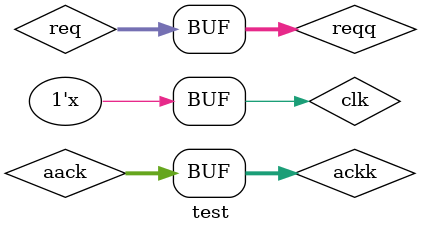
<source format=v>
`timescale 1ns / 1ps

module test();

reg 					clk;			reg 					reset;

wire 	[3:0] 			req;			wire 	[3:0] 			rreq;
reg 	[(32*4-1):0] 	addr;			wire 	[(32*4-1):0]	aaddr;
reg 	[3:0] 			cmd;			wire 	[3:0] 			ccmd;
reg 	[(32*4-1):0] 	wdata;			wire 	[(32*4-1):0]	wwdata;
wire 	[3:0] 			ack;			wire 	[3:0] 			aack;
wire	[(32*4-1):0] 	rdata;			reg 	[(32*4-1):0]	rrdata;

reg		[3:0]			reqq;
reg		[3:0]			ackk;

// create clock
    
    initial 					clk 	= 	1'b0;
	always 		#5 			    clk 	= 	~clk;
	
//masters

always @(posedge clk)
	begin	
		if (ack[0]) reqq[0]<=1'b0;
		if (ack[1]) reqq[1]<=1'b0;
		if (ack[2]) reqq[2]<=1'b0;
		if (ack[3]) reqq[3]<=1'b0;
	end

//slaves

always @(posedge clk)
	begin
		if (rreq[0]==1'b1) ackk[0]<=1'b1;
		if (rreq[1]==1'b1) ackk[1]<=1'b1;
		if (rreq[2]==1'b1) ackk[2]<=1'b1;
		if (rreq[3]==1'b1) ackk[3]<=1'b1;

		if (rreq[0]==1'b0) ackk[0]<=1'b0;
		if (rreq[1]==1'b0) ackk[1]<=1'b0;
		if (rreq[2]==1'b0) ackk[2]<=1'b0;
		if (rreq[3]==1'b0) ackk[3]<=1'b0;
	end
	
//crossbar
	
main_module_of_Crossbar top_module(	clk, 	reset,
					
					req,	addr,	cmd,	wdata,	
					ack,	rdata,
					
					rreq,	aaddr,	ccmd,	wwdata,	
					aack,	rrdata
				);
		
		assign req = reqq;
		assign aack = ackk; 
				
//sim
always @(posedge clk)
	begin
	

//STEP 1 : all want out1
				reset 				<=	1'b0;

		 		reqq				<= 	4'b1111;
		
				addr[31:0]			<=	32'b01000000000000000000000000000000;
				addr[32*2-1-:32]	<=	32'b01000000000000000000000000000000;
				addr[32*3-1-:32]	<=	32'b01000000000000000000000000000000;
				addr[32*4-1-:32]	<=	32'b01000000000000000000000000000000;
		
		 		cmd					<= 	4'b1001;
		
				wdata[32*1-1-:32]	<=	32'b10101000000000000000000000000000;
//				wdata[32*2-1-:32]	<=	32'b00000000000000000000000000000000;
//				wdata[32*3-1-:32]	<=	32'b00000000000000000000000000000000;
				wdata[32*4-1-:32]	<=	32'b01010000000000000000000000000000;
				
				#40		reset 				<=	1'b1;
		
				rrdata[32*1-1-:32]	<=	32'b00000000000000000000000000000001;
				rrdata[32*2-1-:32]	<=	32'b00110000000000000000000000000000;
				rrdata[32*3-1-:32]	<=	32'b00000000000000000000000000000100;
				rrdata[32*4-1-:32]	<=	32'b00000000000000000000000000001000;
						
//STEP 2 : in2,3 want out0, in1 wants out2, in0 - depressed T_T

// This part may be displayed in case @1 : 
//				clk toggles every #5 (now is #10) and with #800 & #220 dalays to start 2nd and 3rd parts
//				but with this value it's necc to correct delays in body and arbiter

		#500	reqq				<= 	4'b1110; 								
		
//				addr[32*1-1-:32]	<=	32'b00000000000000000000000000000000;
				addr[32*2-1-:32]	<=	32'b10000000000000000000000000000000;
				addr[32*3-1-:32]	<=	32'b00000000000000000000000000000000;
				addr[32*4-1-:32]	<=	32'b00000000000000000000000000000000;
		
//				cmd[0]				<= 	1'b1;
				cmd[1]				<= 	1'b1; 
				cmd[2]				<=	1'b1; 
				cmd[3]				<=	1'b0; 
		
//				wdata[32*1-1-:32]	<=	32'b00000000000000000000000000000000;
				wdata[32*2-1-:32]	<=	32'b11111111111111111111111111111111;
				wdata[32*3-1-:32]	<=	32'b11110000000000000000000000000000;
//				wdata[32*4-1-:32]	<=	32'b00000000000000000000000000000000;
		
		//ack???		
		
		#20		rrdata[32*1-1-:32]	<=	32'b00010001000000000000000000000000;
//				rrdata[32*2-1-:32]	<=	32'b00000000000000000000000000000000;
//				rrdata[32*3-1-:32]	<=	32'b00000000000000000000000000000000;
//				rrdata[32*4-1-:32]	<=	32'b00000000000000000000000000000000;

//STEP 3 : in0 wants out2

		#220 	reqq[0]				<= 	1'b1;									//@1 #220
				addr[32*1-1-:32]	<=	32'b10000000000000000000000000000000;
				cmd[0]				<= 	1'b0;
//				wdata[32*1-1-:32]	<=	32'b00000000000000000000000000000000;

//ack?

		#20		rrdata[32*3-1-:32]	<=	32'b00001111111111111111111111111111;

//STEP 4 : rESET

		#150	reset 				<= 1'b0;
		#10		reset 				<= 1'b1;

	end



endmodule
</source>
